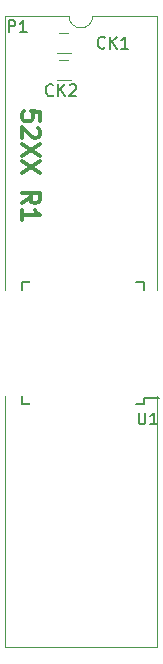
<source format=gto>
G04 #@! TF.FileFunction,Legend,Top*
%FSLAX46Y46*%
G04 Gerber Fmt 4.6, Leading zero omitted, Abs format (unit mm)*
G04 Created by KiCad (PCBNEW 4.0.7-e2-6376~58~ubuntu16.04.1) date Tue Aug 20 20:43:04 2024*
%MOMM*%
%LPD*%
G01*
G04 APERTURE LIST*
%ADD10C,0.100000*%
%ADD11C,0.300000*%
%ADD12C,0.120000*%
%ADD13C,0.150000*%
%ADD14R,1.900000X1.700000*%
%ADD15R,2.000000X2.000000*%
%ADD16O,2.000000X2.000000*%
%ADD17O,1.800000X2.000000*%
%ADD18R,1.900000X0.950000*%
%ADD19R,0.950000X1.900000*%
G04 APERTURE END LIST*
D10*
D11*
X152471429Y-112488573D02*
X152471429Y-111774287D01*
X151757143Y-111702858D01*
X151828571Y-111774287D01*
X151900000Y-111917144D01*
X151900000Y-112274287D01*
X151828571Y-112417144D01*
X151757143Y-112488573D01*
X151614286Y-112560001D01*
X151257143Y-112560001D01*
X151114286Y-112488573D01*
X151042857Y-112417144D01*
X150971429Y-112274287D01*
X150971429Y-111917144D01*
X151042857Y-111774287D01*
X151114286Y-111702858D01*
X152328571Y-113131429D02*
X152400000Y-113202858D01*
X152471429Y-113345715D01*
X152471429Y-113702858D01*
X152400000Y-113845715D01*
X152328571Y-113917144D01*
X152185714Y-113988572D01*
X152042857Y-113988572D01*
X151828571Y-113917144D01*
X150971429Y-113060001D01*
X150971429Y-113988572D01*
X152471429Y-114488572D02*
X150971429Y-115488572D01*
X152471429Y-115488572D02*
X150971429Y-114488572D01*
X152471429Y-115917143D02*
X150971429Y-116917143D01*
X152471429Y-116917143D02*
X150971429Y-115917143D01*
X150971429Y-119488571D02*
X151685714Y-118988571D01*
X150971429Y-118631428D02*
X152471429Y-118631428D01*
X152471429Y-119202856D01*
X152400000Y-119345714D01*
X152328571Y-119417142D01*
X152185714Y-119488571D01*
X151971429Y-119488571D01*
X151828571Y-119417142D01*
X151757143Y-119345714D01*
X151685714Y-119202856D01*
X151685714Y-118631428D01*
X150971429Y-120917142D02*
X150971429Y-120059999D01*
X150971429Y-120488571D02*
X152471429Y-120488571D01*
X152257143Y-120345714D01*
X152114286Y-120202856D01*
X152042857Y-120059999D01*
D12*
X155112000Y-106798000D02*
X153912000Y-106798000D01*
X153912000Y-105038000D02*
X155112000Y-105038000D01*
X155110000Y-109090000D02*
X153910000Y-109090000D01*
X153910000Y-107330000D02*
X155110000Y-107330000D01*
X156950000Y-103640000D02*
G75*
G02X154950000Y-103640000I-1000000J0D01*
G01*
X154950000Y-103640000D02*
X149490000Y-103640000D01*
X149490000Y-103640000D02*
X149490000Y-157100000D01*
X149490000Y-157100000D02*
X162410000Y-157100000D01*
X162410000Y-157100000D02*
X162410000Y-103640000D01*
X162410000Y-103640000D02*
X156950000Y-103640000D01*
D13*
X161275000Y-136525000D02*
X161275000Y-135950000D01*
X150925000Y-136525000D02*
X150925000Y-135850000D01*
X150925000Y-126175000D02*
X150925000Y-126850000D01*
X161275000Y-126175000D02*
X161275000Y-126850000D01*
X161275000Y-136525000D02*
X160600000Y-136525000D01*
X161275000Y-126175000D02*
X160600000Y-126175000D01*
X150925000Y-126175000D02*
X151600000Y-126175000D01*
X150925000Y-136525000D02*
X151600000Y-136525000D01*
X161275000Y-135950000D02*
X162550000Y-135950000D01*
X157993334Y-106297143D02*
X157945715Y-106344762D01*
X157802858Y-106392381D01*
X157707620Y-106392381D01*
X157564762Y-106344762D01*
X157469524Y-106249524D01*
X157421905Y-106154286D01*
X157374286Y-105963810D01*
X157374286Y-105820952D01*
X157421905Y-105630476D01*
X157469524Y-105535238D01*
X157564762Y-105440000D01*
X157707620Y-105392381D01*
X157802858Y-105392381D01*
X157945715Y-105440000D01*
X157993334Y-105487619D01*
X158421905Y-106392381D02*
X158421905Y-105392381D01*
X158993334Y-106392381D02*
X158564762Y-105820952D01*
X158993334Y-105392381D02*
X158421905Y-105963810D01*
X159945715Y-106392381D02*
X159374286Y-106392381D01*
X159660000Y-106392381D02*
X159660000Y-105392381D01*
X159564762Y-105535238D01*
X159469524Y-105630476D01*
X159374286Y-105678095D01*
X153603334Y-110327143D02*
X153555715Y-110374762D01*
X153412858Y-110422381D01*
X153317620Y-110422381D01*
X153174762Y-110374762D01*
X153079524Y-110279524D01*
X153031905Y-110184286D01*
X152984286Y-109993810D01*
X152984286Y-109850952D01*
X153031905Y-109660476D01*
X153079524Y-109565238D01*
X153174762Y-109470000D01*
X153317620Y-109422381D01*
X153412858Y-109422381D01*
X153555715Y-109470000D01*
X153603334Y-109517619D01*
X154031905Y-110422381D02*
X154031905Y-109422381D01*
X154603334Y-110422381D02*
X154174762Y-109850952D01*
X154603334Y-109422381D02*
X154031905Y-109993810D01*
X154984286Y-109517619D02*
X155031905Y-109470000D01*
X155127143Y-109422381D01*
X155365239Y-109422381D01*
X155460477Y-109470000D01*
X155508096Y-109517619D01*
X155555715Y-109612857D01*
X155555715Y-109708095D01*
X155508096Y-109850952D01*
X154936667Y-110422381D01*
X155555715Y-110422381D01*
X149820805Y-104988781D02*
X149820805Y-103988781D01*
X150201758Y-103988781D01*
X150296996Y-104036400D01*
X150344615Y-104084019D01*
X150392234Y-104179257D01*
X150392234Y-104322114D01*
X150344615Y-104417352D01*
X150296996Y-104464971D01*
X150201758Y-104512590D01*
X149820805Y-104512590D01*
X151344615Y-104988781D02*
X150773186Y-104988781D01*
X151058900Y-104988781D02*
X151058900Y-103988781D01*
X150963662Y-104131638D01*
X150868424Y-104226876D01*
X150773186Y-104274495D01*
X160838095Y-137212381D02*
X160838095Y-138021905D01*
X160885714Y-138117143D01*
X160933333Y-138164762D01*
X161028571Y-138212381D01*
X161219048Y-138212381D01*
X161314286Y-138164762D01*
X161361905Y-138117143D01*
X161409524Y-138021905D01*
X161409524Y-137212381D01*
X162409524Y-138212381D02*
X161838095Y-138212381D01*
X162123809Y-138212381D02*
X162123809Y-137212381D01*
X162028571Y-137355238D01*
X161933333Y-137450476D01*
X161838095Y-137498095D01*
%LPC*%
D14*
X153162000Y-105918000D03*
X155862000Y-105918000D03*
X153160000Y-108210000D03*
X155860000Y-108210000D03*
D15*
X148330000Y-104970000D03*
D16*
X163570000Y-155770000D03*
X148330000Y-107510000D03*
X163570000Y-153230000D03*
X148330000Y-110050000D03*
X163570000Y-150690000D03*
X148330000Y-112590000D03*
X163570000Y-148150000D03*
X148330000Y-115130000D03*
X163570000Y-145610000D03*
X148330000Y-117670000D03*
X163570000Y-143070000D03*
X148330000Y-120210000D03*
X163570000Y-140530000D03*
X148330000Y-122750000D03*
X163570000Y-137990000D03*
X148330000Y-125290000D03*
D17*
X163570000Y-135450000D03*
X148330000Y-127830000D03*
X163570000Y-132910000D03*
X148330000Y-130370000D03*
X163570000Y-130370000D03*
X148330000Y-132910000D03*
X163570000Y-127830000D03*
X148330000Y-135450000D03*
D16*
X163570000Y-125290000D03*
X148330000Y-137990000D03*
X163570000Y-122750000D03*
X148330000Y-140530000D03*
X163570000Y-120210000D03*
X148330000Y-143070000D03*
X163570000Y-117670000D03*
X148330000Y-145610000D03*
X163570000Y-115130000D03*
X148330000Y-148150000D03*
X163570000Y-112590000D03*
X148330000Y-150690000D03*
X163570000Y-110050000D03*
X148330000Y-153230000D03*
X163570000Y-107510000D03*
X148330000Y-155770000D03*
X163570000Y-104970000D03*
D18*
X161800000Y-135350000D03*
X161800000Y-134550000D03*
X161800000Y-133750000D03*
X161800000Y-132950000D03*
X161800000Y-132150000D03*
X161800000Y-131350000D03*
X161800000Y-130550000D03*
X161800000Y-129750000D03*
X161800000Y-128950000D03*
X161800000Y-128150000D03*
X161800000Y-127350000D03*
D19*
X160100000Y-125650000D03*
X159300000Y-125650000D03*
X158500000Y-125650000D03*
X157700000Y-125650000D03*
X156900000Y-125650000D03*
X156100000Y-125650000D03*
X155300000Y-125650000D03*
X154500000Y-125650000D03*
X153700000Y-125650000D03*
X152900000Y-125650000D03*
X152100000Y-125650000D03*
D18*
X150400000Y-127350000D03*
X150400000Y-128150000D03*
X150400000Y-128950000D03*
X150400000Y-129750000D03*
X150400000Y-130550000D03*
X150400000Y-131350000D03*
X150400000Y-132150000D03*
X150400000Y-132950000D03*
X150400000Y-133750000D03*
X150400000Y-134550000D03*
X150400000Y-135350000D03*
D19*
X152100000Y-137050000D03*
X152900000Y-137050000D03*
X153700000Y-137050000D03*
X154500000Y-137050000D03*
X155300000Y-137050000D03*
X156100000Y-137050000D03*
X156900000Y-137050000D03*
X157700000Y-137050000D03*
X158500000Y-137050000D03*
X159300000Y-137050000D03*
X160100000Y-137050000D03*
M02*

</source>
